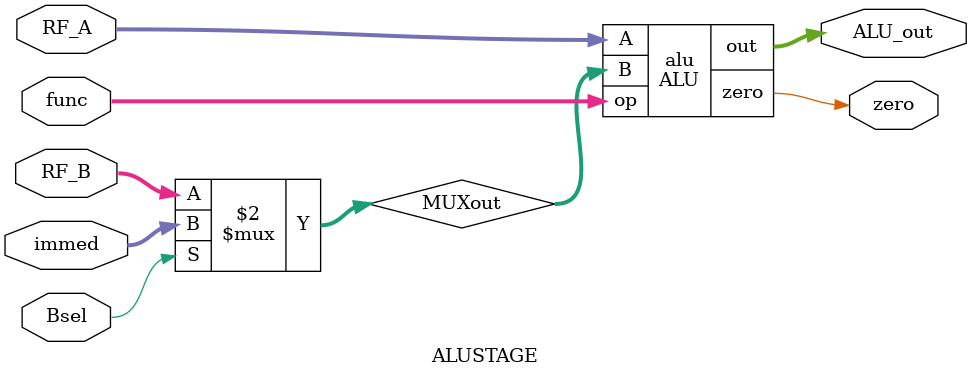
<source format=v>
module ALU (
    output reg [31:0] out, //ALU's result
    output reg zero, //1 if 2 inputs are equal
    input [31:0] A, B, //the 2 inputs
    input [3:0] op //function code of the ALU
    );

    always @(*) begin 
        case (op)
            4'b0000:  out = A + B;
            4'b0001:  begin
                out = A - B;
                zero = ~|out;
                //(^)this way if a single bit is 1 the outult will be 1, so ~1=0
            end
            4'b0010:  out = A & B;
            4'b0011:  out = A | B;
            4'b0100:  out = ~A;
            4'b1000:  out = (A>>>1); //shifts the the right and keeps MSB 
            4'b1010:  out = (A>>1);
            4'b1001:  out = (A<<1);
            4'b1100:  out = (A<<1) + {{31{1'b0}}, A[31]};  //shifts to the left and keeps the prev MSB as the new LSB instead of 0
            4'b1101:  out = (A>>1) + {A[0], {31{1'b0}}}; //shifts to the right and keeps the prev LSB as the new MSB instead of 0
            default:
                if (op!=4'dX)
                    $display("Unknown func %4b", op); //for the values of func that do not exist here
        endcase
    end
    
endmodule //ALU

module ALUSTAGE (
    input [31:0] RF_A, RF_B, immed,
    input Bsel,
    input [3:0] func,
    output zero,
    output [31:0] ALU_out 
);
	 
	wire [31:0] MUXout = (Bsel == 1'b0) ? RF_B : immed; // 0 for RF's output & 1 for immediate
    ALU alu(.A(RF_A), .B(MUXout), .op(func), .out(ALU_out), .zero(zero));
    
    
endmodule
</source>
